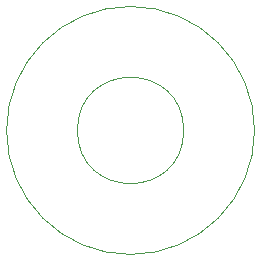
<source format=gm1>
G04 #@! TF.GenerationSoftware,KiCad,Pcbnew,9.0.1-9.0.1-0~ubuntu24.04.1*
G04 #@! TF.CreationDate,2025-04-30T17:46:39+09:00*
G04 #@! TF.ProjectId,encoder_disk,656e636f-6465-4725-9f64-69736b2e6b69,rev?*
G04 #@! TF.SameCoordinates,Original*
G04 #@! TF.FileFunction,Profile,NP*
%FSLAX46Y46*%
G04 Gerber Fmt 4.6, Leading zero omitted, Abs format (unit mm)*
G04 Created by KiCad (PCBNEW 9.0.1-9.0.1-0~ubuntu24.04.1) date 2025-04-30 17:46:39*
%MOMM*%
%LPD*%
G01*
G04 APERTURE LIST*
G04 #@! TA.AperFunction,Profile*
%ADD10C,0.050000*%
G04 #@! TD*
G04 APERTURE END LIST*
D10*
G04 #@! TO.C,REF\u002A\u002A*
X154500000Y-100000000D02*
G75*
G02*
X145500000Y-100000000I-4500000J0D01*
G01*
X145500000Y-100000000D02*
G75*
G02*
X154500000Y-100000000I4500000J0D01*
G01*
X160500000Y-100000000D02*
G75*
G02*
X139500000Y-100000000I-10500000J0D01*
G01*
X139500000Y-100000000D02*
G75*
G02*
X160500000Y-100000000I10500000J0D01*
G01*
G04 #@! TD*
M02*

</source>
